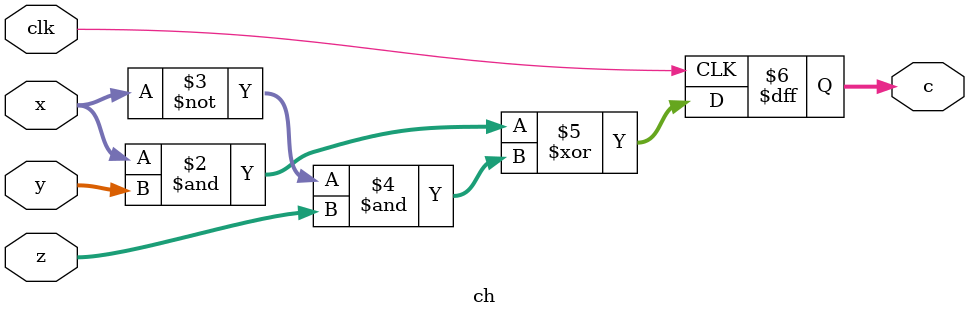
<source format=v>
module ch(output reg [31:0]c, input [31:0]x, input [31:0]y, input [31:0]z, input clk);
wire [31:0] xn;

 always @(posedge clk)
begin
 c = (x&y)^((~x)&z);
end

endmodule
</source>
